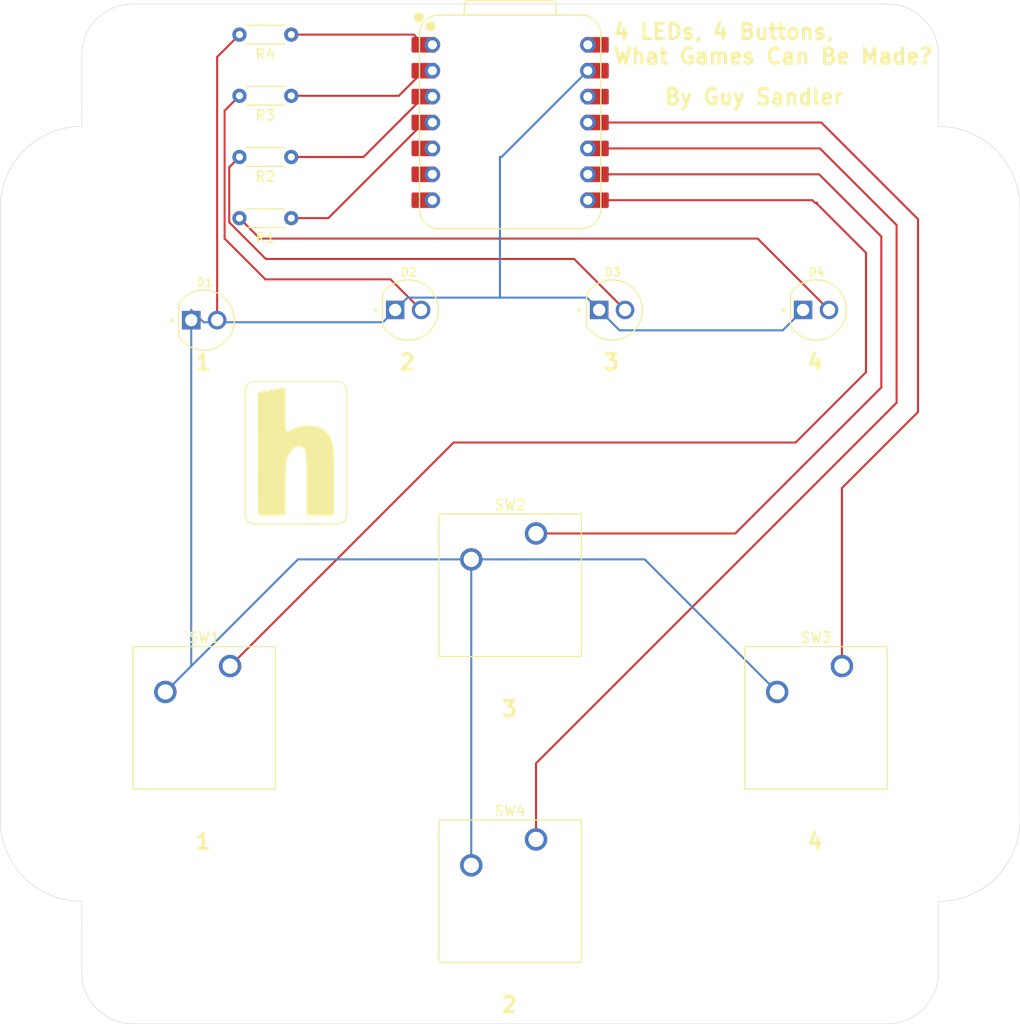
<source format=kicad_pcb>
(kicad_pcb (version 20241229) (generator "pcbnew") (generator_version "9.0")
  (layers (0 "F.Cu" signal) (2 "B.Cu" signal) (13 "F.Paste" user) (15 "B.Paste" user) (5 "F.SilkS" user "F.Silkscreen") (7 "B.SilkS" user "B.Silkscreen") (1 "F.Mask" user) (3 "B.Mask" user) (25 "Edge.Cuts" user))
  (net 0 "")
  (net 1 "Net-(D1-PadA)")
  (net 2 "GND")
  (net 3 "Net-(D2-PadA)")
  (net 4 "Net-(D3-PadA)")
  (net 5 "Net-(D4-PadA)")
  (net 6 "led4")
  (net 7 "led3")
  (net 8 "led2")
  (net 9 "led1")
  (net 10 "button1")
  (net 11 "button2")
  (net 12 "button3")
  (net 13 "button4")
  (footprint "Resistor_THT:R_Axial_DIN0204_L3.6mm_D1.6mm_P5.08mm_Horizontal" (layer "F.Cu") (at 128.54 81 180)
    (property "Reference" "R1" (at 2.54 -1.92 0) (layer "F.SilkS"))
    (property "Value" "R")
    (fp_line (start 0.62 0.92) (end 4.46 0.92) (stroke (width 0.12)) (layer "F.SilkS"))
    (fp_line (start 0.62 -0.92) (end 4.46 -0.92) (stroke (width 0.12)) (layer "F.SilkS"))
    (pad "1" thru_hole circle (at 0 0 180) (size 1.4 1.4) (drill 0.7) (layers "*.Cu" "*.Mask") (net 6 "led4"))
    (pad "2" thru_hole circle (at 5.08 0 180) (size 1.4 1.4) (drill 0.7) (layers "*.Cu" "*.Mask") (net 5 "Net-(D4-PadA)"))
  )
  (footprint "Resistor_THT:R_Axial_DIN0204_L3.6mm_D1.6mm_P5.08mm_Horizontal" (layer "F.Cu") (at 128.54 75 180)
    (property "Reference" "R2" (at 2.54 -1.92 0) (layer "F.SilkS"))
    (property "Value" "R")
    (fp_line (start 0.62 0.92) (end 4.46 0.92) (stroke (width 0.12)) (layer "F.SilkS"))
    (fp_line (start 0.62 -0.92) (end 4.46 -0.92) (stroke (width 0.12)) (layer "F.SilkS"))
    (pad "1" thru_hole circle (at 0 0 180) (size 1.4 1.4) (drill 0.7) (layers "*.Cu" "*.Mask") (net 7 "led3"))
    (pad "2" thru_hole circle (at 5.08 0 180) (size 1.4 1.4) (drill 0.7) (layers "*.Cu" "*.Mask") (net 4 "Net-(D3-PadA)"))
  )
  (footprint "extra custom thing:LEDRD254W57D500H1070" (layer "F.Cu") (at 120 91)
    (property "Reference" "D1" (at 0.04 -3.708 0) (layer "F.SilkS") (effects (font (size 0.8 0.8))))
    (property "Value" "L08R5000Q1" (hide yes))
    (fp_line (start -2.5 -1.566) (end -2.5 1.566) (stroke (width 0.127)) (layer "F.SilkS"))
    (fp_arc (start -2.5 -1.566) (mid 2.961291 0) (end -2.5 1.566) (stroke (width 0.127)) (layer "F.SilkS"))
    (fp_circle (center -3.2 0) (end -3.1 0) (stroke (width 0.2)) (fill no) (layer "F.SilkS"))
    (pad "A" thru_hole circle (at 1.27 0) (size 1.815 1.815) (drill 1.21) (layers "*.Cu" "*.Mask") (net 1 "Net-(D1-PadA)"))
    (pad "C" thru_hole rect (at -1.27 0) (size 1.815 1.815) (drill 1.21) (layers "*.Cu" "*.Mask") (net 2 "GND"))
  )
  (footprint "Seeed Studio XIAO Series Library:XIAO-RP2040-DIP" (layer "F.Cu") (at 150 71.62)
    (property "Reference" "U1" (hide yes))
    (property "Value" "XIAO-RP2040-DIP")
    (fp_line (start -8.89 8.509) (end -8.89 -8.636) (stroke (width 0.127)) (layer "F.SilkS"))
    (fp_line (start -6.985 10.414) (end 6.985 10.414) (stroke (width 0.127)) (layer "F.SilkS"))
    (fp_line (start -4.495 -10.541) (end -4.491272 -11.451272) (stroke (width 0.127)) (layer "F.SilkS"))
    (fp_line (start -3.991272 -11.951) (end 4.004 -11.951) (stroke (width 0.127)) (layer "F.SilkS"))
    (fp_line (start 4.504 -11.451) (end 4.504 -10.541) (stroke (width 0.127)) (layer "F.SilkS"))
    (fp_line (start 6.985 -10.541) (end -6.985 -10.541) (stroke (width 0.1)) (layer "F.SilkS"))
    (fp_line (start 6.985 -10.541) (end -6.985 -10.541) (stroke (width 0.127)) (layer "F.SilkS"))
    (fp_line (start 8.89 8.509) (end 8.89 -8.636) (stroke (width 0.127)) (layer "F.SilkS"))
    (fp_arc (start -8.89 -8.636) (mid -8.332038 -9.983038) (end -6.985 -10.541) (stroke (width 0.127)) (layer "F.SilkS"))
    (fp_arc (start -6.985 10.414) (mid -8.332038 9.856038) (end -8.89 8.509) (stroke (width 0.127)) (layer "F.SilkS"))
    (fp_arc (start -4.491272 -11.451272) (mid -4.344728 -11.80464) (end -3.991272 -11.951) (stroke (width 0.127)) (layer "F.SilkS"))
    (fp_arc (start 4.004 -11.951) (mid 4.357553 -11.804553) (end 4.504 -11.451) (stroke (width 0.127)) (layer "F.SilkS"))
    (fp_arc (start 6.985 -10.541) (mid 8.332038 -9.983038) (end 8.89 -8.636) (stroke (width 0.127)) (layer "F.SilkS"))
    (fp_arc (start 8.89 8.509) (mid 8.332038 9.856038) (end 6.985 10.414) (stroke (width 0.127)) (layer "F.SilkS"))
    (fp_circle (center -8.95 -10.3) (end -8.95 -10.554) (stroke (width 0.5)) (fill yes) (layer "F.SilkS"))
    (fp_circle (center -7.807 -9.42) (end -7.807 -9.674) (stroke (width 0.5)) (fill yes) (layer "F.SilkS"))
    (pad "1" smd roundrect (at -8.455 -7.62 180) (size 2.432 1.524) (layers "F.Cu" "F.Mask") (roundrect_rratio 0.1) (net 9 "led1"))
    (pad "1" thru_hole circle (at -7.62 -7.62 180) (size 1.524 1.524) (drill 0.889) (layers "*.Cu" "*.Mask") (net 9 "led1"))
    (pad "2" smd roundrect (at -8.455 -5.08 180) (size 2.432 1.524) (layers "F.Cu" "F.Mask") (roundrect_rratio 0.1) (net 8 "led2"))
    (pad "2" thru_hole circle (at -7.62 -5.08 180) (size 1.524 1.524) (drill 0.889) (layers "*.Cu" "*.Mask") (net 8 "led2"))
    (pad "3" smd roundrect (at -8.455 -2.54 180) (size 2.432 1.524) (layers "F.Cu" "F.Mask") (roundrect_rratio 0.1) (net 7 "led3"))
    (pad "3" thru_hole circle (at -7.62 -2.54 180) (size 1.524 1.524) (drill 0.889) (layers "*.Cu" "*.Mask") (net 7 "led3"))
    (pad "4" smd roundrect (at -8.455 0 180) (size 2.432 1.524) (layers "F.Cu" "F.Mask") (roundrect_rratio 0.1) (net 6 "led4"))
    (pad "4" thru_hole circle (at -7.62 0 180) (size 1.524 1.524) (drill 0.889) (layers "*.Cu" "*.Mask") (net 6 "led4"))
    (pad "5" smd roundrect (at -8.455 2.54 180) (size 2.432 1.524) (layers "F.Cu" "F.Mask") (roundrect_rratio 0.1))
    (pad "5" thru_hole circle (at -7.62 2.54 180) (size 1.524 1.524) (drill 0.889) (layers "*.Cu" "*.Mask"))
    (pad "6" smd roundrect (at -8.455 5.08 180) (size 2.432 1.524) (layers "F.Cu" "F.Mask") (roundrect_rratio 0.1))
    (pad "6" thru_hole circle (at -7.62 5.08 180) (size 1.524 1.524) (drill 0.889) (layers "*.Cu" "*.Mask"))
    (pad "7" smd roundrect (at -8.455 7.62 180) (size 2.432 1.524) (layers "F.Cu" "F.Mask") (roundrect_rratio 0.1))
    (pad "7" thru_hole circle (at -7.62 7.62 180) (size 1.524 1.524) (drill 0.889) (layers "*.Cu" "*.Mask"))
    (pad "8" thru_hole circle (at 7.62 7.62) (size 1.524 1.524) (drill 0.889) (layers "*.Cu" "*.Mask") (net 10 "button1"))
    (pad "8" smd roundrect (at 8.455 7.62) (size 2.432 1.524) (layers "F.Cu" "F.Mask") (roundrect_rratio 0.1) (net 10 "button1"))
    (pad "9" thru_hole circle (at 7.62 5.08) (size 1.524 1.524) (drill 0.889) (layers "*.Cu" "*.Mask") (net 11 "button2"))
    (pad "9" smd roundrect (at 8.455 5.08) (size 2.432 1.524) (layers "F.Cu" "F.Mask") (roundrect_rratio 0.1) (net 11 "button2"))
    (pad "10" thru_hole circle (at 7.62 2.54) (size 1.524 1.524) (drill 0.889) (layers "*.Cu" "*.Mask") (net 13 "button4"))
    (pad "10" smd roundrect (at 8.455 2.54) (size 2.432 1.524) (layers "F.Cu" "F.Mask") (roundrect_rratio 0.1) (net 13 "button4"))
    (pad "11" thru_hole circle (at 7.62 0) (size 1.524 1.524) (drill 0.889) (layers "*.Cu" "*.Mask") (net 12 "button3"))
    (pad "11" smd roundrect (at 8.455 0) (size 2.432 1.524) (layers "F.Cu" "F.Mask") (roundrect_rratio 0.1) (net 12 "button3"))
    (pad "12" thru_hole circle (at 7.62 -2.54) (size 1.524 1.524) (drill 0.889) (layers "*.Cu" "*.Mask"))
    (pad "12" smd roundrect (at 8.455 -2.54) (size 2.432 1.524) (layers "F.Cu" "F.Mask") (roundrect_rratio 0.1))
    (pad "13" thru_hole circle (at 7.62 -5.08) (size 1.524 1.524) (drill 0.889) (layers "*.Cu" "*.Mask") (net 2 "GND"))
    (pad "13" smd roundrect (at 8.455 -5.08) (size 2.432 1.524) (layers "F.Cu" "F.Mask") (roundrect_rratio 0.1) (net 2 "GND"))
    (pad "14" thru_hole circle (at 7.62 -7.62) (size 1.524 1.524) (drill 0.889) (layers "*.Cu" "*.Mask"))
    (pad "14" smd roundrect (at 8.455 -7.62) (size 2.432 1.524) (layers "F.Cu" "F.Mask") (roundrect_rratio 0.1))
  )
  (footprint "Resistor_THT:R_Axial_DIN0204_L3.6mm_D1.6mm_P5.08mm_Horizontal" (layer "F.Cu") (at 128.54 69 180)
    (property "Reference" "R3" (at 2.54 -1.92 0) (layer "F.SilkS"))
    (property "Value" "R")
    (fp_line (start 0.62 0.92) (end 4.46 0.92) (stroke (width 0.12)) (layer "F.SilkS"))
    (fp_line (start 0.62 -0.92) (end 4.46 -0.92) (stroke (width 0.12)) (layer "F.SilkS"))
    (pad "1" thru_hole circle (at 0 0 180) (size 1.4 1.4) (drill 0.7) (layers "*.Cu" "*.Mask") (net 8 "led2"))
    (pad "2" thru_hole circle (at 5.08 0 180) (size 1.4 1.4) (drill 0.7) (layers "*.Cu" "*.Mask") (net 3 "Net-(D2-PadA)"))
  )
  (footprint "extra custom thing:LEDRD254W57D500H1070" (layer "F.Cu") (at 180 90)
    (property "Reference" "D4" (at 0.04 -3.708 0) (layer "F.SilkS") (effects (font (size 0.8 0.8))))
    (property "Value" "L08R5000Q1" (hide yes))
    (fp_line (start -2.5 -1.566) (end -2.5 1.566) (stroke (width 0.127)) (layer "F.SilkS"))
    (fp_arc (start -2.5 -1.566) (mid 2.961291 0) (end -2.5 1.566) (stroke (width 0.127)) (layer "F.SilkS"))
    (fp_circle (center -3.2 0) (end -3.1 0) (stroke (width 0.2)) (fill no) (layer "F.SilkS"))
    (pad "A" thru_hole circle (at 1.27 0) (size 1.815 1.815) (drill 1.21) (layers "*.Cu" "*.Mask") (net 5 "Net-(D4-PadA)"))
    (pad "C" thru_hole rect (at -1.27 0) (size 1.815 1.815) (drill 1.21) (layers "*.Cu" "*.Mask") (net 2 "GND"))
  )
  (footprint "Button_Switch_Keyboard:SW_Cherry_MX_1.00u_PCB" (layer "F.Cu") (at 182.54 124.92)
    (property "Reference" "SW3" (at -2.54 -2.794 0) (layer "F.SilkS"))
    (property "Value" "SW_Push")
    (fp_line (start -9.525 -1.905) (end 4.445 -1.905) (stroke (width 0.12)) (layer "F.SilkS"))
    (fp_line (start -9.525 12.065) (end -9.525 -1.905) (stroke (width 0.12)) (layer "F.SilkS"))
    (fp_line (start 4.445 -1.905) (end 4.445 12.065) (stroke (width 0.12)) (layer "F.SilkS"))
    (fp_line (start 4.445 12.065) (end -9.525 12.065) (stroke (width 0.12)) (layer "F.SilkS"))
    (pad "" np_thru_hole circle (at -7.62 5.08) (size 1.7 1.7) (drill 1.7) (layers "*.Cu" "*.Mask"))
    (pad "" np_thru_hole circle (at -2.54 5.08) (size 4 4) (drill 4) (layers "*.Cu" "*.Mask"))
    (pad "" np_thru_hole circle (at 2.54 5.08) (size 1.7 1.7) (drill 1.7) (layers "*.Cu" "*.Mask"))
    (pad "1" thru_hole circle (at 0 0) (size 2.2 2.2) (drill 1.5) (layers "*.Cu" "*.Mask") (net 12 "button3"))
    (pad "2" thru_hole circle (at -6.35 2.54) (size 2.2 2.2) (drill 1.5) (layers "*.Cu" "*.Mask") (net 2 "GND"))
  )
  (footprint "Resistor_THT:R_Axial_DIN0204_L3.6mm_D1.6mm_P5.08mm_Horizontal" (layer "F.Cu") (at 128.54 63 180)
    (property "Reference" "R4" (at 2.54 -1.92 0) (layer "F.SilkS"))
    (property "Value" "R")
    (fp_line (start 0.62 0.92) (end 4.46 0.92) (stroke (width 0.12)) (layer "F.SilkS"))
    (fp_line (start 0.62 -0.92) (end 4.46 -0.92) (stroke (width 0.12)) (layer "F.SilkS"))
    (pad "1" thru_hole circle (at 0 0 180) (size 1.4 1.4) (drill 0.7) (layers "*.Cu" "*.Mask") (net 9 "led1"))
    (pad "2" thru_hole circle (at 5.08 0 180) (size 1.4 1.4) (drill 0.7) (layers "*.Cu" "*.Mask") (net 1 "Net-(D1-PadA)"))
  )
  (footprint "extra custom thing:LEDRD254W57D500H1070" (layer "F.Cu") (at 140 90)
    (property "Reference" "D2" (at 0.04 -3.708 0) (layer "F.SilkS") (effects (font (size 0.8 0.8))))
    (property "Value" "L08R5000Q1" (hide yes))
    (fp_line (start -2.5 -1.566) (end -2.5 1.566) (stroke (width 0.127)) (layer "F.SilkS"))
    (fp_arc (start -2.5 -1.566) (mid 2.961291 0) (end -2.5 1.566) (stroke (width 0.127)) (layer "F.SilkS"))
    (fp_circle (center -3.2 0) (end -3.1 0) (stroke (width 0.2)) (fill no) (layer "F.SilkS"))
    (pad "A" thru_hole circle (at 1.27 0) (size 1.815 1.815) (drill 1.21) (layers "*.Cu" "*.Mask") (net 3 "Net-(D2-PadA)"))
    (pad "C" thru_hole rect (at -1.27 0) (size 1.815 1.815) (drill 1.21) (layers "*.Cu" "*.Mask") (net 2 "GND"))
  )
  (footprint "Button_Switch_Keyboard:SW_Cherry_MX_1.00u_PCB" (layer "F.Cu") (at 152.54 111.92)
    (property "Reference" "SW2" (at -2.54 -2.794 0) (layer "F.SilkS"))
    (property "Value" "SW_Push")
    (fp_line (start -9.525 -1.905) (end 4.445 -1.905) (stroke (width 0.12)) (layer "F.SilkS"))
    (fp_line (start -9.525 12.065) (end -9.525 -1.905) (stroke (width 0.12)) (layer "F.SilkS"))
    (fp_line (start 4.445 -1.905) (end 4.445 12.065) (stroke (width 0.12)) (layer "F.SilkS"))
    (fp_line (start 4.445 12.065) (end -9.525 12.065) (stroke (width 0.12)) (layer "F.SilkS"))
    (pad "" np_thru_hole circle (at -7.62 5.08) (size 1.7 1.7) (drill 1.7) (layers "*.Cu" "*.Mask"))
    (pad "" np_thru_hole circle (at -2.54 5.08) (size 4 4) (drill 4) (layers "*.Cu" "*.Mask"))
    (pad "" np_thru_hole circle (at 2.54 5.08) (size 1.7 1.7) (drill 1.7) (layers "*.Cu" "*.Mask"))
    (pad "1" thru_hole circle (at 0 0) (size 2.2 2.2) (drill 1.5) (layers "*.Cu" "*.Mask") (net 11 "button2"))
    (pad "2" thru_hole circle (at -6.35 2.54) (size 2.2 2.2) (drill 1.5) (layers "*.Cu" "*.Mask") (net 2 "GND"))
  )
  (footprint "LOGO" (layer "F.Cu") (at 129 104)
    (property "Reference" " " (at 0 0 0) (layer "F.SilkS") (effects (font (size 1.5 1.5) (thickness 0.3))))
    (property "Value" "LOGO" (hide yes))
    (fp_poly (pts (xy -1.114938 -6.350077) (xy -1.084178 -6.338061) (xy -1.079917 -6.334862) (xy -1.065736 -6.31733) (xy -1.053799 -6.286059) (xy -1.043916 -6.234772) (xy -1.035898 -6.157191) (xy -1.029554 -6.047041) (xy -1.024694 -5.898046) (xy -1.021129 -5.703929) (xy -1.018668 -5.458414) (xy -1.017121 -5.155223) (xy -1.016299 -4.788082) (xy -1.016011 -4.350713) (xy -1.016 -4.223339) (xy -1.015542 -3.738535) (xy -1.014097 -3.327241) (xy -1.011564 -2.98482) (xy -1.007837 -2.706631) (xy -1.002816 -2.488036) (xy -0.996394 -2.324397) (xy -0.988471 -2.211075) (xy -0.978941 -2.143432) (xy -0.969108 -2.117969) (xy -0.887655 -2.075672) (xy -0.777954 -2.091081) (xy -0.630126 -2.165786) (xy -0.615672 -2.174804) (xy -0.262261 -2.35935) (xy 0.135548 -2.500533) (xy 0.561984 -2.596965) (xy 1.001275 -2.64726) (xy 1.437652 -2.65003) (xy 1.855341 -2.60389) (xy 2.238573 -2.50745) (xy 2.410174 -2.440895) (xy 2.733493 -2.261775) (xy 3.009452 -2.029663) (xy 3.240692 -1.740885) (xy 3.429859 -1.391767) (xy 3.579596 -0.978632) (xy 3.646071 -0.722923) (xy 3.660592 -0.657061) (xy 3.673303 -0.590676) (xy 3.68435 -0.518218) (xy 3.693884 -0.434138) (xy 3.702051 -0.332886) (xy 3.709 -0.208913) (xy 3.714879 -0.056669) (xy 3.719837 0.129396) (xy 3.724021 0.35483) (xy 3.727579 0.625183) (xy 3.730661 0.946005) (xy 3.733413 1.322845) (xy 3.735984 1.761254) (xy 3.738523 2.266779) (xy 3.741146 2.837983) (xy 3.743639 3.416757) (xy 3.745536 3.922388) (xy 3.746763 4.359885) (xy 3.747245 4.734256) (xy 3.746906 5.05051) (xy 3.745671 5.313657) (xy 3.743466 5.528704) (xy 3.740214 5.700661) (xy 3.735842 5.834537) (xy 3.730273 5.93534) (xy 3.723432 6.008079) (xy 3.715245 6.057764) (xy 3.705637 6.089403) (xy 3.694531 6.108004) (xy 3.69205 6.110675) (xy 3.66694 6.128376) (xy 3.625408 6.142499) (xy 3.559283 6.153436) (xy 3.460396 6.161579) (xy 3.320579 6.167319) (xy 3.131661 6.171049) (xy 2.885475 6.173161) (xy 2.573851 6.174047) (xy 2.369178 6.174154) (xy 1.991538 6.173293) (xy 1.68656 6.170579) (xy 1.448773 6.165816) (xy 1.272703 6.158807) (xy 1.152877 6.149356) (xy 1.083822 6.137267) (xy 1.062892 6.127261) (xy 1.053281 6.098612) (xy 1.044949 6.030469) (xy 1.037828 5.918715) (xy 1.031848 5.759232) (xy 1.026939 5.547902) (xy 1.023034 5.28061) (xy 1.020061 4.953236) (xy 1.017952 4.561664) (xy 1.016637 4.101777) (xy 1.016048 3.569457) (xy 1.016 3.342005) (xy 1.015654 2.734098) (xy 1.014331 2.199227) (xy 1.0116 1.732276) (xy 1.007031 1.328129) (xy 1.000194 0.981671) (xy 0.990659 0.687785) (xy 0.977995 0.441356) (xy 0.961773 0.237268) (xy 0.941563 0.070405) (xy 0.916933 -0.064348) (xy 0.887455 -0.172109) (xy 0.852698 -0.257992) (xy 0.812232 -0.327113) (xy 0.765626 -0.384589) (xy 0.712452 -0.435534) (xy 0.697306 -0.448503) (xy 0.512893 -0.559418) (xy 0.315656 -0.598931) (xy 0.11157 -0.5715) (xy -0.093389 -0.481581) (xy -0.293243 -0.333633) (xy -0.482017 -0.132111) (xy -0.653735 0.118527) (xy -0.80242 0.413823) (xy -0.922096 0.749321) (xy -0.925761 0.762) (xy -0.939442 0.816417) (xy -0.951325 0.881579) (xy -0.961602 0.963518) (xy -0.970465 1.068264) (xy -0.978106 1.201849) (xy -0.984716 1.370305) (xy -0.990487 1.579663) (xy -0.99561 1.835955) (xy -1.000278 2.145212) (xy -1.004681 2.513465) (xy -1.009012 2.946747) (xy -1.013462 3.451089) (xy -1.014272 3.547683) (xy -1.018758 4.063789) (xy -1.023089 4.507173) (xy -1.02743 4.883267) (xy -1.031951 5.197502) (xy -1.036818 5.45531) (xy -1.0422 5.662123) (xy -1.048264 5.823371) (xy -1.055177 5.944486) (xy -1.063108 6.0309) (xy -1.072223 6.088045) (xy -1.082691 6.121351) (xy -1.094154 6.135931) (xy -1.147817 6.145611) (xy -1.271051 6.154248) (xy -1.455278 6.161594) (xy -1.691919 6.1674) (xy -1.972396 6.171417) (xy -2.288129 6.173395) (xy -2.390671 6.173555) (xy -2.740157 6.173307) (xy -3.019646 6.171933) (xy -3.237293 6.169053) (xy -3.401251 6.164283) (xy -3.519673 6.157244) (xy -3.600714 6.147553) (xy -3.652528 6.134828) (xy -3.683267 6.118688) (xy -3.689978 6.112747) (xy -3.698243 6.099018) (xy -3.705739 6.072743) (xy -3.712505 6.030307) (xy -3.718577 5.968096) (xy -3.723992 5.882496) (xy -3.728787 5.769892) (xy -3.732997 5.626671) (xy -3.736661 5.449218) (xy -3.739815 5.233918) (xy -3.742495 4.977158) (xy -3.744739 4.675323) (xy -3.746583 4.324799) (xy -3.748064 3.921973) (xy -3.749218 3.463228) (xy -3.750083 2.944952) (xy -3.750696 2.36353) (xy -3.751092 1.715348) (xy -3.751309 0.996791) (xy -3.751384 0.204245) (xy -3.751385 0.076737) (xy -3.751351 -0.723236) (xy -3.75122 -1.448709) (xy -3.750952 -2.103337) (xy -3.750505 -2.690771) (xy -3.749837 -3.214667) (xy -3.748907 -3.678677) (xy -3.747673 -4.086456) (xy -3.746093 -4.441658) (xy -3.744127 -4.747936) (xy -3.741732 -5.008943) (xy -3.738866 -5.228335) (xy -3.735489 -5.409763) (xy -3.731558 -5.556883) (xy -3.727033 -5.673348) (xy -3.721871 -5.762812) (xy -3.716031 -5.828927) (xy -3.709472 -5.875349) (xy -3.702151 -5.905731) (xy -3.694028 -5.923727) (xy -3.68506 -5.93299) (xy -3.683 -5.934202) (xy -3.628812 -5.949408) (xy -3.50731 -5.975449) (xy -3.328302 -6.010484) (xy -3.101591 -6.052669) (xy -2.836984 -6.100162) (xy -2.544286 -6.151121) (xy -2.379225 -6.179223) (xy -2.030983 -6.237565) (xy -1.75177 -6.28302) (xy -1.533694 -6.316533) (xy -1.368865 -6.339051) (xy -1.249389 -6.351517) (xy -1.167378 -6.354877)) (fill yes) (layer "F.SilkS"))
  )
  (footprint "extra custom thing:LEDRD254W57D500H1070" (layer "F.Cu") (at 160 90)
    (property "Reference" "D3" (at 0.04 -3.708 0) (layer "F.SilkS") (effects (font (size 0.8 0.8))))
    (property "Value" "L08R5000Q1" (hide yes))
    (fp_line (start -2.5 -1.566) (end -2.5 1.566) (stroke (width 0.127)) (layer "F.SilkS"))
    (fp_arc (start -2.5 -1.566) (mid 2.961291 0) (end -2.5 1.566) (stroke (width 0.127)) (layer "F.SilkS"))
    (fp_circle (center -3.2 0) (end -3.1 0) (stroke (width 0.2)) (fill no) (layer "F.SilkS"))
    (pad "A" thru_hole circle (at 1.27 0) (size 1.815 1.815) (drill 1.21) (layers "*.Cu" "*.Mask") (net 4 "Net-(D3-PadA)"))
    (pad "C" thru_hole rect (at -1.27 0) (size 1.815 1.815) (drill 1.21) (layers "*.Cu" "*.Mask") (net 2 "GND"))
  )
  (footprint "Button_Switch_Keyboard:SW_Cherry_MX_1.00u_PCB" (layer "F.Cu") (at 122.54 124.92)
    (property "Reference" "SW1" (at -2.54 -2.794 0) (layer "F.SilkS"))
    (property "Value" "SW_Push")
    (fp_line (start -9.525 -1.905) (end 4.445 -1.905) (stroke (width 0.12)) (layer "F.SilkS"))
    (fp_line (start -9.525 12.065) (end -9.525 -1.905) (stroke (width 0.12)) (layer "F.SilkS"))
    (fp_line (start 4.445 -1.905) (end 4.445 12.065) (stroke (width 0.12)) (layer "F.SilkS"))
    (fp_line (start 4.445 12.065) (end -9.525 12.065) (stroke (width 0.12)) (layer "F.SilkS"))
    (pad "" np_thru_hole circle (at -7.62 5.08) (size 1.7 1.7) (drill 1.7) (layers "*.Cu" "*.Mask"))
    (pad "" np_thru_hole circle (at -2.54 5.08) (size 4 4) (drill 4) (layers "*.Cu" "*.Mask"))
    (pad "" np_thru_hole circle (at 2.54 5.08) (size 1.7 1.7) (drill 1.7) (layers "*.Cu" "*.Mask"))
    (pad "1" thru_hole circle (at 0 0) (size 2.2 2.2) (drill 1.5) (layers "*.Cu" "*.Mask") (net 10 "button1"))
    (pad "2" thru_hole circle (at -6.35 2.54) (size 2.2 2.2) (drill 1.5) (layers "*.Cu" "*.Mask") (net 2 "GND"))
  )
  (footprint "Button_Switch_Keyboard:SW_Cherry_MX_1.00u_PCB" (layer "F.Cu") (at 152.54 141.92)
    (property "Reference" "SW4" (at -2.54 -2.794 0) (layer "F.SilkS"))
    (property "Value" "SW_Push")
    (fp_line (start -9.525 -1.905) (end 4.445 -1.905) (stroke (width 0.12)) (layer "F.SilkS"))
    (fp_line (start -9.525 12.065) (end -9.525 -1.905) (stroke (width 0.12)) (layer "F.SilkS"))
    (fp_line (start 4.445 -1.905) (end 4.445 12.065) (stroke (width 0.12)) (layer "F.SilkS"))
    (fp_line (start 4.445 12.065) (end -9.525 12.065) (stroke (width 0.12)) (layer "F.SilkS"))
    (pad "" np_thru_hole circle (at -7.62 5.08) (size 1.7 1.7) (drill 1.7) (layers "*.Cu" "*.Mask"))
    (pad "" np_thru_hole circle (at -2.54 5.08) (size 4 4) (drill 4) (layers "*.Cu" "*.Mask"))
    (pad "" np_thru_hole circle (at 2.54 5.08) (size 1.7 1.7) (drill 1.7) (layers "*.Cu" "*.Mask"))
    (pad "1" thru_hole circle (at 0 0) (size 2.2 2.2) (drill 1.5) (layers "*.Cu" "*.Mask") (net 13 "button4"))
    (pad "2" thru_hole circle (at -6.35 2.54) (size 2.2 2.2) (drill 1.5) (layers "*.Cu" "*.Mask") (net 2 "GND"))
  )
  (gr_line (start 124 110) (end 124 98) (stroke (width 0.1)) (layer "F.SilkS"))
  (gr_line (start 133 111) (end 125 111) (stroke (width 0.1)) (layer "F.SilkS"))
  (gr_line (start 125 97) (end 133 97) (stroke (width 0.1)) (layer "F.SilkS"))
  (gr_arc (start 125 111) (mid 124.292893 110.707107) (end 124 110) (stroke (width 0.1)) (layer "F.SilkS"))
  (gr_arc (start 134 110) (mid 133.707107 110.707107) (end 133 111) (stroke (width 0.1)) (layer "F.SilkS"))
  (gr_arc (start 133 97) (mid 133.707107 97.292893) (end 134 98) (stroke (width 0.1)) (layer "F.SilkS"))
  (gr_arc (start 124 98) (mid 124.292893 97.292893) (end 125 97) (stroke (width 0.1)) (layer "F.SilkS"))
  (gr_line (start 134 98) (end 134 110) (stroke (width 0.1)) (layer "F.SilkS"))
  (gr_arc (start 192 72) (mid 197.656854 74.343146) (end 200 80) (stroke (width 0.05)) (layer "Edge.Cuts"))
  (gr_line (start 108 65) (end 108 70) (stroke (width 0.05)) (layer "Edge.Cuts"))
  (gr_arc (start 100 80) (mid 102.343146 74.343146) (end 108 72) (stroke (width 0.05)) (layer "Edge.Cuts"))
  (gr_line (start 192 155) (end 192 148) (stroke (width 0.05)) (layer "Edge.Cuts"))
  (gr_line (start 108 70) (end 108 72) (stroke (width 0.05)) (layer "Edge.Cuts"))
  (gr_line (start 108 150) (end 108 155) (stroke (width 0.05)) (layer "Edge.Cuts"))
  (gr_arc (start 108 65) (mid 109.464466 61.464466) (end 113 60) (stroke (width 0.05)) (layer "Edge.Cuts"))
  (gr_arc (start 113 160) (mid 109.464466 158.535534) (end 108 155) (stroke (width 0.05)) (layer "Edge.Cuts"))
  (gr_line (start 192 72) (end 192 65) (stroke (width 0.05)) (layer "Edge.Cuts"))
  (gr_arc (start 192 155) (mid 190.535534 158.535534) (end 187 160) (stroke (width 0.05)) (layer "Edge.Cuts"))
  (gr_line (start 187 60) (end 113 60) (stroke (width 0.05)) (layer "Edge.Cuts"))
  (gr_line (start 113 160) (end 187 160) (stroke (width 0.05)) (layer "Edge.Cuts"))
  (gr_arc (start 187 60) (mid 190.535534 61.464466) (end 192 65) (stroke (width 0.05)) (layer "Edge.Cuts"))
  (gr_line (start 100 80) (end 100 140) (stroke (width 0.05)) (layer "Edge.Cuts"))
  (gr_arc (start 200 140) (mid 197.656854 145.656854) (end 192 148) (stroke (width 0.05)) (layer "Edge.Cuts"))
  (gr_line (start 108 150) (end 108 148) (stroke (width 0.05)) (layer "Edge.Cuts"))
  (gr_line (start 200 80) (end 200 140) (stroke (width 0.05)) (layer "Edge.Cuts"))
  (gr_arc (start 108 148) (mid 102.343146 145.656854) (end 100 140) (stroke (width 0.05)) (layer "Edge.Cuts"))
  (gr_text "2" (at 139 96 0) (layer "F.SilkS") (effects (font (size 1.5 1.5) (thickness 0.3) (bold yes)) (justify left bottom)))
  (gr_text "1" (at 119 96 0) (layer "F.SilkS") (effects (font (size 1.5 1.5) (thickness 0.3) (bold yes)) (justify left bottom)))
  (gr_text "4" (at 179 96 0) (layer "F.SilkS") (effects (font (size 1.5 1.5) (thickness 0.3) (bold yes)) (justify left bottom)))
  (gr_text "3" (at 159 96 0) (layer "F.SilkS") (effects (font (size 1.5 1.5) (thickness 0.3) (bold yes)) (justify left bottom)))
  (gr_text "4 LEDs, 4 Buttons,\nWhat Games Can Be Made?" (at 160 66 0) (layer "F.SilkS") (effects (font (size 1.5 1.5) (thickness 0.3) (bold yes)) (justify left bottom)))
  (gr_text "3" (at 149 130 0) (layer "F.SilkS") (effects (font (size 1.5 1.5) (thickness 0.3) (bold yes)) (justify left bottom)))
  (gr_text "By Guy Sandler" (at 165 70 0) (layer "F.SilkS") (effects (font (size 1.5 1.5) (thickness 0.3) (bold yes)) (justify left bottom)))
  (gr_text "1" (at 119 143 0) (layer "F.SilkS") (effects (font (size 1.5 1.5) (thickness 0.3) (bold yes)) (justify left bottom)))
  (gr_text "4" (at 179 143 0) (layer "F.SilkS") (effects (font (size 1.5 1.5) (thickness 0.3) (bold yes)) (justify left bottom)))
  (gr_text "2" (at 149 159 0) (layer "F.SilkS") (effects (font (size 1.5 1.5) (thickness 0.3) (bold yes)) (justify left bottom)))
  (segment (start 121.27 65.19) (end 121.27 90) (width 0.2) (layer "F.Cu") (net 1))
  (segment (start 123.46 63) (end 121.27 65.19) (width 0.2) (layer "F.Cu") (net 1))
  (segment (start 118.73 90) (end 118.73 124.92) (width 0.2) (layer "B.Cu") (net 2))
  (segment (start 139.9385 88.7915) (end 149 88.7915) (width 0.2) (layer "B.Cu") (net 2))
  (segment (start 158.73 90) (end 160.73 92) (width 0.2) (layer "B.Cu") (net 2))
  (segment (start 118.73 90) (end 119.9385 91.2085) (width 0.2) (layer "B.Cu") (net 2))
  (segment (start 118.73 124.92) (end 116.19 127.46) (width 0.2) (layer "B.Cu") (net 2))
  (segment (start 129.19 114.46) (end 118.73 124.92) (width 0.2) (layer "B.Cu") (net 2))
  (segment (start 160.73 92) (end 176.73 92) (width 0.2) (layer "B.Cu") (net 2))
  (segment (start 146.19 144.46) (end 146.19 114.46) (width 0.2) (layer "B.Cu") (net 2))
  (segment (start 146.19 114.46) (end 129.19 114.46) (width 0.2) (layer "B.Cu") (net 2))
  (segment (start 137.5215 91.2085) (end 138.73 90) (width 0.2) (layer "B.Cu") (net 2))
  (segment (start 149 75) (end 149 88.7915) (width 0.2) (layer "B.Cu") (net 2))
  (segment (start 119.9385 91.2085) (end 137.5215 91.2085) (width 0.2) (layer "B.Cu") (net 2))
  (segment (start 149 88.7915) (end 157.5215 88.7915) (width 0.2) (layer "B.Cu") (net 2))
  (segment (start 138.73 90) (end 139.9385 88.7915) (width 0.2) (layer "B.Cu") (net 2))
  (segment (start 149 75) (end 149.16 75) (width 0.2) (layer "B.Cu") (net 2))
  (segment (start 176.73 92) (end 178.73 90) (width 0.2) (layer "B.Cu") (net 2))
  (segment (start 176.19 127.46) (end 163.19 114.46) (width 0.2) (layer "B.Cu") (net 2))
  (segment (start 149.16 75) (end 157.62 66.54) (width 0.2) (layer "B.Cu") (net 2))
  (segment (start 163.19 114.46) (end 146.19 114.46) (width 0.2) (layer "B.Cu") (net 2))
  (segment (start 157.5215 88.7915) (end 158.73 90) (width 0.2) (layer "B.Cu") (net 2))
  (segment (start 122 83) (end 126 87) (width 0.2) (layer "F.Cu") (net 3))
  (segment (start 138.27 87) (end 141.27 90) (width 0.2) (layer "F.Cu") (net 3))
  (segment (start 123.46 69) (end 122 70.46) (width 0.2) (layer "F.Cu") (net 3))
  (segment (start 126 87) (end 138.27 87) (width 0.2) (layer "F.Cu") (net 3))
  (segment (start 122 70.46) (end 122 83) (width 0.2) (layer "F.Cu") (net 3))
  (segment (start 122.459 76.001) (end 122.459 81.414628) (width 0.2) (layer "F.Cu") (net 4))
  (segment (start 122.459 81.414628) (end 126.044372 85) (width 0.2) (layer "F.Cu") (net 4))
  (segment (start 126.044372 85) (end 156.27 85) (width 0.2) (layer "F.Cu") (net 4))
  (segment (start 156.27 85) (end 161.27 90) (width 0.2) (layer "F.Cu") (net 4))
  (segment (start 123.46 75) (end 122.459 76.001) (width 0.2) (layer "F.Cu") (net 4))
  (segment (start 125.46 83) (end 174.27 83) (width 0.2) (layer "F.Cu") (net 5))
  (segment (start 174.27 83) (end 181.27 90) (width 0.2) (layer "F.Cu") (net 5))
  (segment (start 123.46 81) (end 125.46 83) (width 0.2) (layer "F.Cu") (net 5))
  (segment (start 128.54 81) (end 132.165 81) (width 0.2) (layer "F.Cu") (net 6))
  (segment (start 132.165 81) (end 141.545 71.62) (width 0.2) (layer "F.Cu") (net 6))
  (segment (start 128.54 75) (end 135.625 75) (width 0.2) (layer "F.Cu") (net 7))
  (segment (start 135.625 75) (end 141.545 69.08) (width 0.2) (layer "F.Cu") (net 7))
  (segment (start 139.085 69) (end 141.545 66.54) (width 0.2) (layer "F.Cu") (net 8))
  (segment (start 128.54 69) (end 139.085 69) (width 0.2) (layer "F.Cu") (net 8))
  (segment (start 140.545 63) (end 141.545 64) (width 0.2) (layer "F.Cu") (net 9))
  (segment (start 128.54 63) (end 140.545 63) (width 0.2) (layer "F.Cu") (net 9))
  (segment (start 180.1 79.6) (end 180.1 79.5) (width 0.2) (layer "F.Cu") (net 10))
  (segment (start 184.9 96.1) (end 184.9 84.4) (width 0.2) (layer "F.Cu") (net 10))
  (segment (start 180.1 79.5) (end 179.9 79.5) (width 0.2) (layer "F.Cu") (net 10))
  (segment (start 184.9 84.4) (end 180.1 79.6) (width 0.2) (layer "F.Cu") (net 10))
  (segment (start 179.64 79.24) (end 157.62 79.24) (width 0.2) (layer "F.Cu") (net 10))
  (segment (start 178 103) (end 184.9 96.1) (width 0.2) (layer "F.Cu") (net 10))
  (segment (start 144.46 103) (end 178 103) (width 0.2) (layer "F.Cu") (net 10))
  (segment (start 179.9 79.5) (end 179.64 79.24) (width 0.2) (layer "F.Cu") (net 10))
  (segment (start 122.54 124.92) (end 144.46 103) (width 0.2) (layer "F.Cu") (net 10))
  (segment (start 186.4 97.6) (end 186.4 82.8) (width 0.2) (layer "F.Cu") (net 11))
  (segment (start 186.4 82.8) (end 180.3 76.7) (width 0.2) (layer "F.Cu") (net 11))
  (segment (start 152.54 111.92) (end 172.08 111.92) (width 0.2) (layer "F.Cu") (net 11))
  (segment (start 180.3 76.7) (end 158.455 76.7) (width 0.2) (layer "F.Cu") (net 11))
  (segment (start 172.08 111.92) (end 186.4 97.6) (width 0.2) (layer "F.Cu") (net 11))
  (segment (start 190 81.1) (end 180.52 71.62) (width 0.2) (layer "F.Cu") (net 12))
  (segment (start 182.54 107.46) (end 190 100) (width 0.2) (layer "F.Cu") (net 12))
  (segment (start 182.54 124.92) (end 182.54 107.46) (width 0.2) (layer "F.Cu") (net 12))
  (segment (start 190 100) (end 190 81.1) (width 0.2) (layer "F.Cu") (net 12))
  (segment (start 180.52 71.62) (end 157.62 71.62) (width 0.2) (layer "F.Cu") (net 12))
  (segment (start 187.9 99.1) (end 152.54 134.46) (width 0.2) (layer "F.Cu") (net 13))
  (segment (start 152.54 134.46) (end 152.54 141.92) (width 0.2) (layer "F.Cu") (net 13))
  (segment (start 180.382372 74.16) (end 187.9 81.677628) (width 0.2) (layer "F.Cu") (net 13))
  (segment (start 187.9 81.677628) (end 187.9 99.1) (width 0.2) (layer "F.Cu") (net 13))
  (segment (start 158.455 74.16) (end 180.382372 74.16) (width 0.2) (layer "F.Cu") (net 13))
)
</source>
